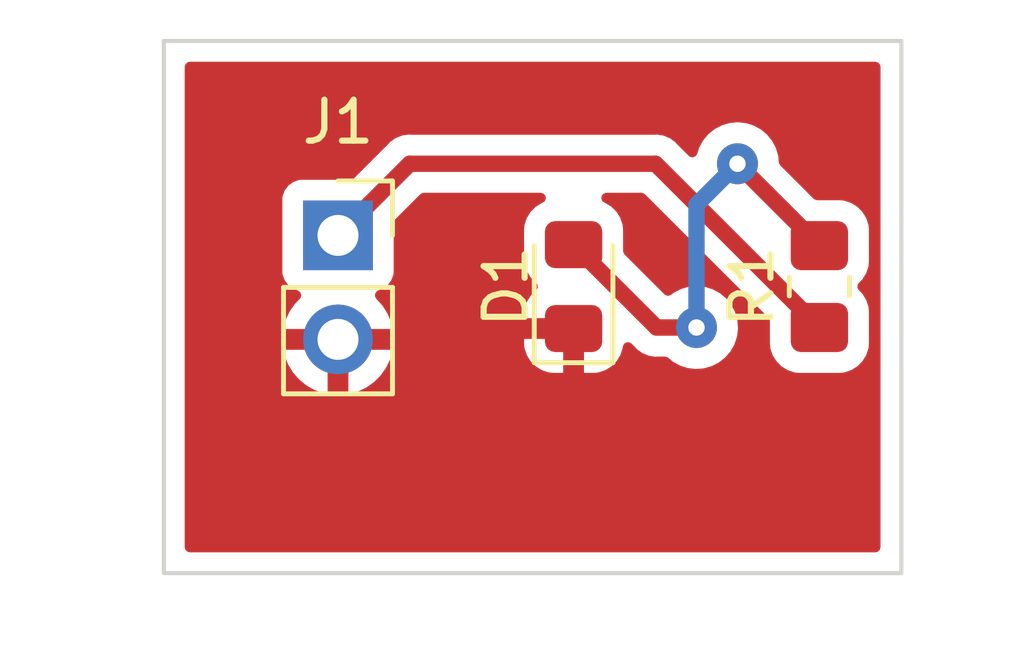
<source format=kicad_pcb>
(kicad_pcb (version 20211014) (generator pcbnew)
  (layers (0 "F.Cu" signal) (31 "B.Cu" signal) (34 "B.Paste" user) (35 "F.Paste" user) (36 "B.SilkS" user "B.Silkscreen") (37 "F.SilkS" user "F.Silkscreen") (38 "B.Mask" user) (39 "F.Mask" user) (44 "Edge.Cuts" user))
  (net 0 "")
  (net 1 "GND")
  (net 2 "/LED Cathode")
  (net 3 "+5V")
  (footprint "LED_SMD:LED_0805_2012Metric_Pad1.15x1.40mm_HandSolder" (layer "F.Cu") (at 143 82 90)
    (fp_text reference "D1" (at 0 -1.65 90) (layer "F.SilkS"))
    (fp_text value "LED")
    (fp_line (start 1 -0.96) (end -1.86 -0.96) (layer "F.SilkS") (width 0.12))
    (fp_line (start -1.86 -0.96) (end -1.86 0.96) (layer "F.SilkS") (width 0.12))
    (fp_line (start -1.86 0.96) (end 1 0.96) (layer "F.SilkS") (width 0.12))
    (pad "1" smd roundrect (at -1.025 0 90) (size 1.15 1.4) (layers "F.Cu" "F.Paste" "F.Mask") (roundrect_rratio 0.2173913043) (net 1 "GND"))
    (pad "2" smd roundrect (at 1.025 0 90) (size 1.15 1.4) (layers "F.Cu" "F.Paste" "F.Mask") (roundrect_rratio 0.2173913043) (net 2 "/LED Cathode"))
  )
  (footprint "Connector_PinSocket_2.54mm:PinSocket_1x02_P2.54mm_Vertical" (layer "F.Cu") (at 137.25 80.75)
    (fp_text reference "J1" (at 0 -2.77) (layer "F.SilkS"))
    (fp_text value "Conn_01x02_Male")
    (fp_line (start 0 -1.33) (end 1.33 -1.33) (layer "F.SilkS") (width 0.12))
    (fp_line (start -1.33 1.27) (end -1.33 3.87) (layer "F.SilkS") (width 0.12))
    (fp_line (start 1.33 1.27) (end 1.33 3.87) (layer "F.SilkS") (width 0.12))
    (fp_line (start -1.33 3.87) (end 1.33 3.87) (layer "F.SilkS") (width 0.12))
    (fp_line (start -1.33 1.27) (end 1.33 1.27) (layer "F.SilkS") (width 0.12))
    (fp_line (start 1.33 -1.33) (end 1.33 0) (layer "F.SilkS") (width 0.12))
    (pad "1" thru_hole rect (at 0 0) (size 1.7 1.7) (drill 1) (layers *.Cu *.Mask) (net 3 "+5V"))
    (pad "2" thru_hole oval (at 0 2.54) (size 1.7 1.7) (drill 1) (layers *.Cu *.Mask) (net 1 "GND"))
  )
  (footprint "Resistor_SMD:R_0805_2012Metric_Pad1.20x1.40mm_HandSolder" (layer "F.Cu") (at 149 82 90)
    (fp_text reference "R1" (at 0 -1.65 90) (layer "F.SilkS"))
    (fp_text value "R")
    (fp_line (start -0.227064 -0.735) (end 0.227064 -0.735) (layer "F.SilkS") (width 0.12))
    (fp_line (start -0.227064 0.735) (end 0.227064 0.735) (layer "F.SilkS") (width 0.12))
    (pad "1" smd roundrect (at -1 0 90) (size 1.2 1.4) (layers "F.Cu" "F.Paste" "F.Mask") (roundrect_rratio 0.2083333333) (net 3 "+5V"))
    (pad "2" smd roundrect (at 1 0 90) (size 1.2 1.4) (layers "F.Cu" "F.Paste" "F.Mask") (roundrect_rratio 0.2083333333) (net 2 "/LED Cathode"))
  )
  (gr_line (start 151 89) (end 133 89) (layer "Edge.Cuts") (width 0.1))
  (gr_line (start 133 76) (end 151 76) (layer "Edge.Cuts") (width 0.1))
  (gr_line (start 151 76) (end 151 89) (layer "Edge.Cuts") (width 0.1))
  (gr_line (start 133 89) (end 133 76) (layer "Edge.Cuts") (width 0.1))
  (segment (start 147 79) (end 149 81) (width 0.4) (layer "F.Cu") (net 2))
  (segment (start 145.025 83) (end 143 80.975) (width 0.4) (layer "F.Cu") (net 2))
  (segment (start 146 83) (end 145.025 83) (width 0.4) (layer "F.Cu") (net 2))
  (via (at 146 83) (size 1) (drill 0.4) (layers "F.Cu" "B.Cu") (net 2))
  (via (at 147 79) (size 1) (drill 0.4) (layers "F.Cu" "B.Cu") (net 2))
  (segment (start 146 83) (end 146 80) (width 0.4) (layer "B.Cu") (net 2))
  (segment (start 146 80) (end 147 79) (width 0.4) (layer "B.Cu") (net 2))
  (segment (start 149 83) (end 145 79) (width 0.4) (layer "F.Cu") (net 3))
  (segment (start 145 79) (end 139 79) (width 0.4) (layer "F.Cu") (net 3))
  (segment (start 139 79) (end 137.25 80.75) (width 0.4) (layer "F.Cu") (net 3))
  (zone (net 1) (net_name "GND") (layer "F.Cu") (connect_pads (clearance 0.508)) (min_thickness 0.254) (fill yes (thermal_gap 0.508) (thermal_bridge_width 0.508))
    (polygon (pts (xy 154 91) (xy 129 91) (xy 129 75) (xy 154 75)))
  )
)
</source>
